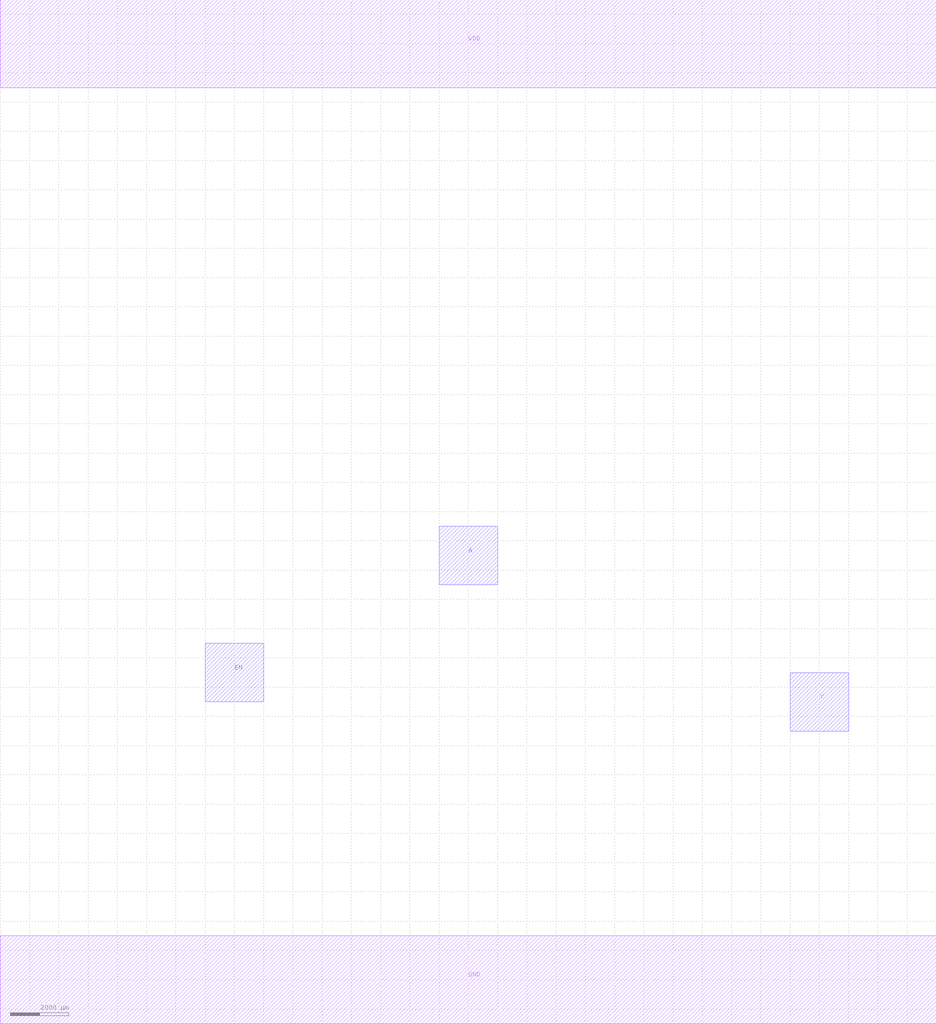
<source format=lef>
MACRO TBUFX1
 CLASS CORE ;
 ORIGIN 0 0 ;
 FOREIGN TBUFX1 0 0 ;
 SITE CORE ;
 SYMMETRY X Y R90 ;
  PIN VDD
   DIRECTION INOUT ;
   USE SIGNAL ;
   SHAPE ABUTMENT ;
    PORT
     CLASS CORE ;
       LAYER metal1 ;
        RECT 0.00000000 30500.00000000 32000.00000000 33500.00000000 ;
    END
  END VDD

  PIN GND
   DIRECTION INOUT ;
   USE SIGNAL ;
   SHAPE ABUTMENT ;
    PORT
     CLASS CORE ;
       LAYER metal1 ;
        RECT 0.00000000 -1500.00000000 32000.00000000 1500.00000000 ;
    END
  END GND

  PIN EN
   DIRECTION INOUT ;
   USE SIGNAL ;
   SHAPE ABUTMENT ;
    PORT
     CLASS CORE ;
       LAYER metal2 ;
        RECT 7000.00000000 9500.00000000 9000.00000000 11500.00000000 ;
    END
  END EN

  PIN A
   DIRECTION INOUT ;
   USE SIGNAL ;
   SHAPE ABUTMENT ;
    PORT
     CLASS CORE ;
       LAYER metal2 ;
        RECT 15000.00000000 13500.00000000 17000.00000000 15500.00000000 ;
    END
  END A

  PIN Y
   DIRECTION INOUT ;
   USE SIGNAL ;
   SHAPE ABUTMENT ;
    PORT
     CLASS CORE ;
       LAYER metal2 ;
        RECT 27000.00000000 8500.00000000 29000.00000000 10500.00000000 ;
    END
  END Y


END TBUFX1

</source>
